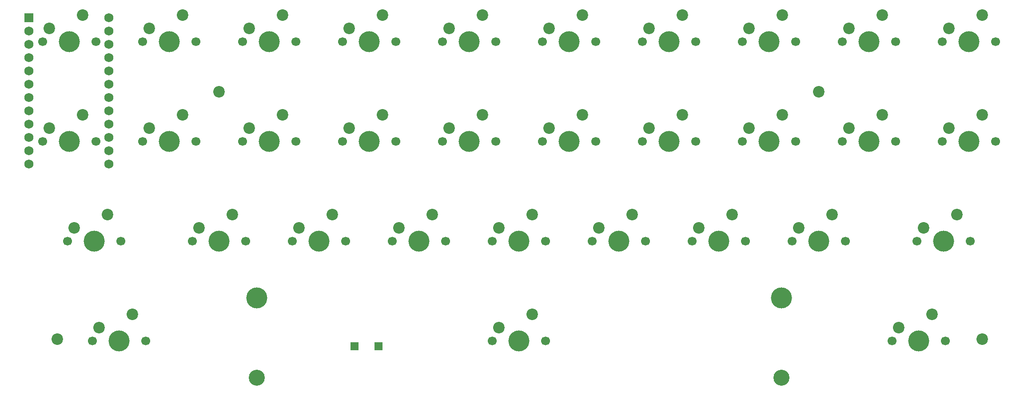
<source format=gbr>
%TF.GenerationSoftware,KiCad,Pcbnew,(6.0.0)*%
%TF.CreationDate,2022-01-08T09:02:27-05:00*%
%TF.ProjectId,iType,69547970-652e-46b6-9963-61645f706362,rev?*%
%TF.SameCoordinates,Original*%
%TF.FileFunction,Soldermask,Top*%
%TF.FilePolarity,Negative*%
%FSLAX46Y46*%
G04 Gerber Fmt 4.6, Leading zero omitted, Abs format (unit mm)*
G04 Created by KiCad (PCBNEW (6.0.0)) date 2022-01-08 09:02:27*
%MOMM*%
%LPD*%
G01*
G04 APERTURE LIST*
%ADD10C,2.200000*%
%ADD11C,4.000000*%
%ADD12C,1.700000*%
%ADD13R,1.752600X1.752600*%
%ADD14C,1.752600*%
%ADD15R,1.500000X1.500000*%
%ADD16C,3.050000*%
G04 APERTURE END LIST*
D10*
%TO.C,REF\u002A\u002A*%
X169926000Y-26035000D03*
%TD*%
%TO.C,REF\u002A\u002A*%
X55626000Y-26035000D03*
%TD*%
%TO.C,REF\u002A\u002A*%
X201041000Y-73342500D03*
%TD*%
%TO.C,REF\u002A\u002A*%
X24828500Y-73342500D03*
%TD*%
D11*
%TO.C,SW1*%
X27051000Y-16510000D03*
D12*
X21971000Y-16510000D03*
X32131000Y-16510000D03*
D10*
X29591000Y-11430000D03*
X23241000Y-13970000D03*
%TD*%
D12*
%TO.C,SW8*%
X165481000Y-16510000D03*
X155321000Y-16510000D03*
D11*
X160401000Y-16510000D03*
D10*
X162941000Y-11430000D03*
X156591000Y-13970000D03*
%TD*%
D11*
%TO.C,SW27*%
X150876000Y-54610000D03*
D12*
X145796000Y-54610000D03*
X155956000Y-54610000D03*
D10*
X153416000Y-49530000D03*
X147066000Y-52070000D03*
%TD*%
D11*
%TO.C,SW9*%
X179451000Y-16510000D03*
D12*
X174371000Y-16510000D03*
X184531000Y-16510000D03*
D10*
X181991000Y-11430000D03*
X175641000Y-13970000D03*
%TD*%
D11*
%TO.C,SW11*%
X27051000Y-35560000D03*
D12*
X32131000Y-35560000D03*
X21971000Y-35560000D03*
D10*
X29591000Y-30480000D03*
X23241000Y-33020000D03*
%TD*%
D11*
%TO.C,SW19*%
X179451000Y-35560000D03*
D12*
X174371000Y-35560000D03*
X184531000Y-35560000D03*
D10*
X181991000Y-30480000D03*
X175641000Y-33020000D03*
%TD*%
D13*
%TO.C,U1*%
X19396000Y-11935000D03*
D14*
X19396000Y-14475000D03*
X19396000Y-17015000D03*
X19396000Y-19555000D03*
X19396000Y-22095000D03*
X19396000Y-24635000D03*
X19396000Y-27175000D03*
X19396000Y-29715000D03*
X19396000Y-32255000D03*
X19396000Y-34795000D03*
X19396000Y-37335000D03*
X19396000Y-39875000D03*
X34636000Y-39875000D03*
X34636000Y-37335000D03*
X34636000Y-34795000D03*
X34636000Y-32255000D03*
X34636000Y-29715000D03*
X34636000Y-27175000D03*
X34636000Y-24635000D03*
X34636000Y-22095000D03*
X34636000Y-19555000D03*
X34636000Y-17015000D03*
X34636000Y-14475000D03*
X34636000Y-11935000D03*
%TD*%
D11*
%TO.C,SW17*%
X141351000Y-35560000D03*
D12*
X136271000Y-35560000D03*
X146431000Y-35560000D03*
D10*
X143891000Y-30480000D03*
X137541000Y-33020000D03*
%TD*%
D12*
%TO.C,SW26*%
X126746000Y-54610000D03*
X136906000Y-54610000D03*
D11*
X131826000Y-54610000D03*
D10*
X134366000Y-49530000D03*
X128016000Y-52070000D03*
%TD*%
D12*
%TO.C,SW14*%
X89281000Y-35560000D03*
X79121000Y-35560000D03*
D11*
X84201000Y-35560000D03*
D10*
X86741000Y-30480000D03*
X80391000Y-33020000D03*
%TD*%
D12*
%TO.C,SW29*%
X198818500Y-54610000D03*
X188658500Y-54610000D03*
D11*
X193738500Y-54610000D03*
D10*
X196278500Y-49530000D03*
X189928500Y-52070000D03*
%TD*%
D12*
%TO.C,SW6*%
X117221000Y-16510000D03*
D11*
X122301000Y-16510000D03*
D12*
X127381000Y-16510000D03*
D10*
X124841000Y-11430000D03*
X118491000Y-13970000D03*
%TD*%
D11*
%TO.C,SW24*%
X93726000Y-54610000D03*
D12*
X88646000Y-54610000D03*
X98806000Y-54610000D03*
D10*
X96266000Y-49530000D03*
X89916000Y-52070000D03*
%TD*%
D12*
%TO.C,SW28*%
X164846000Y-54610000D03*
X175006000Y-54610000D03*
D11*
X169926000Y-54610000D03*
D10*
X172466000Y-49530000D03*
X166116000Y-52070000D03*
%TD*%
D12*
%TO.C,SW4*%
X89281000Y-16510000D03*
D11*
X84201000Y-16510000D03*
D12*
X79121000Y-16510000D03*
D10*
X86741000Y-11430000D03*
X80391000Y-13970000D03*
%TD*%
D11*
%TO.C,SW5*%
X103251000Y-16510000D03*
D12*
X108331000Y-16510000D03*
X98171000Y-16510000D03*
D10*
X105791000Y-11430000D03*
X99441000Y-13970000D03*
%TD*%
D12*
%TO.C,SW16*%
X117221000Y-35560000D03*
D11*
X122301000Y-35560000D03*
D12*
X127381000Y-35560000D03*
D10*
X124841000Y-30480000D03*
X118491000Y-33020000D03*
%TD*%
D12*
%TO.C,SW32*%
X183896000Y-73660000D03*
D11*
X188976000Y-73660000D03*
D12*
X194056000Y-73660000D03*
D10*
X191516000Y-68580000D03*
X185166000Y-71120000D03*
%TD*%
D11*
%TO.C,SW2*%
X46101000Y-16510000D03*
D12*
X41021000Y-16510000D03*
X51181000Y-16510000D03*
D10*
X48641000Y-11430000D03*
X42291000Y-13970000D03*
%TD*%
D12*
%TO.C,SW10*%
X193421000Y-16510000D03*
D11*
X198501000Y-16510000D03*
D12*
X203581000Y-16510000D03*
D10*
X201041000Y-11430000D03*
X194691000Y-13970000D03*
%TD*%
D12*
%TO.C,SW15*%
X108331000Y-35560000D03*
X98171000Y-35560000D03*
D11*
X103251000Y-35560000D03*
D10*
X105791000Y-30480000D03*
X99441000Y-33020000D03*
%TD*%
D12*
%TO.C,SW18*%
X165481000Y-35560000D03*
X155321000Y-35560000D03*
D11*
X160401000Y-35560000D03*
D10*
X162941000Y-30480000D03*
X156591000Y-33020000D03*
%TD*%
D11*
%TO.C,SW3*%
X65151000Y-16510000D03*
D12*
X60071000Y-16510000D03*
X70231000Y-16510000D03*
D10*
X67691000Y-11430000D03*
X61341000Y-13970000D03*
%TD*%
D15*
%TO.C,GND*%
X86016000Y-74655000D03*
%TD*%
%TO.C,Reset*%
X81466000Y-74655000D03*
%TD*%
D12*
%TO.C,SW13*%
X70231000Y-35560000D03*
D11*
X65151000Y-35560000D03*
D12*
X60071000Y-35560000D03*
D10*
X67691000Y-30480000D03*
X61341000Y-33020000D03*
%TD*%
D12*
%TO.C,SW31*%
X117856000Y-73660000D03*
D11*
X112776000Y-73660000D03*
X62776000Y-65420000D03*
D16*
X162776000Y-80660000D03*
X62776000Y-80660000D03*
D11*
X162776000Y-65420000D03*
D12*
X107696000Y-73660000D03*
D10*
X115316000Y-68580000D03*
X108966000Y-71120000D03*
%TD*%
D12*
%TO.C,SW7*%
X146431000Y-16510000D03*
X136271000Y-16510000D03*
D11*
X141351000Y-16510000D03*
D10*
X143891000Y-11430000D03*
X137541000Y-13970000D03*
%TD*%
D12*
%TO.C,SW23*%
X79756000Y-54610000D03*
D11*
X74676000Y-54610000D03*
D12*
X69596000Y-54610000D03*
D10*
X77216000Y-49530000D03*
X70866000Y-52070000D03*
%TD*%
D12*
%TO.C,SW22*%
X60706000Y-54610000D03*
X50546000Y-54610000D03*
D11*
X55626000Y-54610000D03*
D10*
X58166000Y-49530000D03*
X51816000Y-52070000D03*
%TD*%
D12*
%TO.C,SW12*%
X51181000Y-35560000D03*
D11*
X46101000Y-35560000D03*
D12*
X41021000Y-35560000D03*
D10*
X48641000Y-30480000D03*
X42291000Y-33020000D03*
%TD*%
D12*
%TO.C,SW25*%
X107696000Y-54610000D03*
D11*
X112776000Y-54610000D03*
D12*
X117856000Y-54610000D03*
D10*
X115316000Y-49530000D03*
X108966000Y-52070000D03*
%TD*%
D12*
%TO.C,SW21*%
X36893500Y-54610000D03*
X26733500Y-54610000D03*
D11*
X31813500Y-54610000D03*
D10*
X34353500Y-49530000D03*
X28003500Y-52070000D03*
%TD*%
D11*
%TO.C,SW30*%
X36576000Y-73660000D03*
D12*
X41656000Y-73660000D03*
X31496000Y-73660000D03*
D10*
X39116000Y-68580000D03*
X32766000Y-71120000D03*
%TD*%
D11*
%TO.C,SW20*%
X198501000Y-35560000D03*
D12*
X193421000Y-35560000D03*
X203581000Y-35560000D03*
D10*
X201041000Y-30480000D03*
X194691000Y-33020000D03*
%TD*%
M02*

</source>
